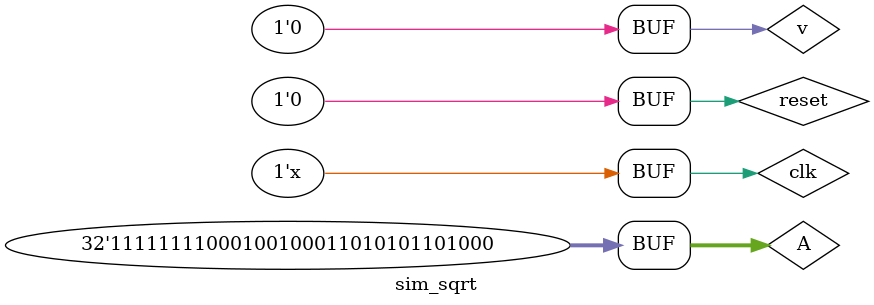
<source format=v>
`timescale 1ns / 1ps


module sim_sqrt(

    );
    reg clk;
    always #10 clk<=~clk;
    wire stall;
    reg v, reset;
    reg [31:0] A;
    wire [31:0] R;
    sqrter sqrter(
        .clk(clk), 
        .reset(reset),
        .A(A),
        .R(R),
        .valid(v),
        .stall(stall) 
    );
    initial begin
        reset=1;
        clk=0;
        A=31;
        v=0;
        #105
        reset=0;
        #5
        v=1;
        #20;
        v=0;
        #560
        v=1;
        A=32'hFF123568;
        #20
        v=0;
    end
    
endmodule

</source>
